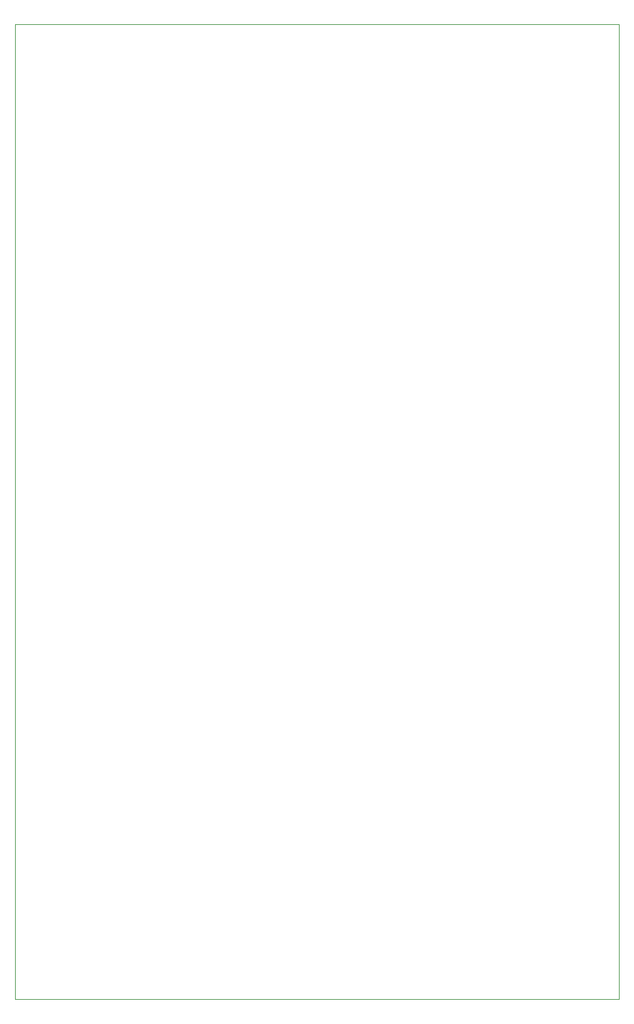
<source format=gm1>
G04 #@! TF.GenerationSoftware,KiCad,Pcbnew,(5.1.5)-3*
G04 #@! TF.CreationDate,2019-12-23T19:31:05-05:00*
G04 #@! TF.ProjectId,control_digital,636f6e74-726f-46c5-9f64-69676974616c,rev?*
G04 #@! TF.SameCoordinates,Original*
G04 #@! TF.FileFunction,Profile,NP*
%FSLAX46Y46*%
G04 Gerber Fmt 4.6, Leading zero omitted, Abs format (unit mm)*
G04 Created by KiCad (PCBNEW (5.1.5)-3) date 2019-12-23 19:31:05*
%MOMM*%
%LPD*%
G04 APERTURE LIST*
%ADD10C,0.050000*%
G04 APERTURE END LIST*
D10*
X92000000Y-142000000D02*
X14000000Y-142000000D01*
X92000000Y-16000000D02*
X92000000Y-142000000D01*
X14000000Y-16000000D02*
X92000000Y-16000000D01*
X14000000Y-142000000D02*
X14000000Y-16000000D01*
X31000000Y-142000000D02*
X14000000Y-142000000D01*
X16000000Y-142000000D02*
X14000000Y-142000000D01*
X92000000Y-142000000D02*
X14000000Y-142000000D01*
X92000000Y-16000000D02*
X92000000Y-142000000D01*
X80000000Y-16000000D02*
X92000000Y-16000000D01*
X14000000Y-16000000D02*
X80000000Y-16000000D01*
X14000000Y-142000000D02*
X14000000Y-16000000D01*
M02*

</source>
